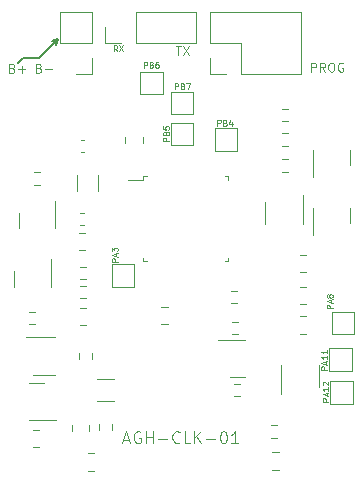
<source format=gbr>
%TF.GenerationSoftware,KiCad,Pcbnew,(6.0.9)*%
%TF.CreationDate,2023-01-20T21:16:28+01:00*%
%TF.ProjectId,AGH-CLK-01,4147482d-434c-44b2-9d30-312e6b696361,rev?*%
%TF.SameCoordinates,Original*%
%TF.FileFunction,Legend,Top*%
%TF.FilePolarity,Positive*%
%FSLAX46Y46*%
G04 Gerber Fmt 4.6, Leading zero omitted, Abs format (unit mm)*
G04 Created by KiCad (PCBNEW (6.0.9)) date 2023-01-20 21:16:28*
%MOMM*%
%LPD*%
G01*
G04 APERTURE LIST*
%ADD10C,0.150000*%
%ADD11C,0.075000*%
%ADD12C,0.125000*%
%ADD13C,0.120000*%
G04 APERTURE END LIST*
D10*
X192290000Y-47249000D02*
X193840000Y-45699000D01*
X192040000Y-47249000D02*
X192290000Y-47249000D01*
X193690000Y-46149000D02*
X193840000Y-45699000D01*
X190940000Y-47249000D02*
X192040000Y-47249000D01*
X193840000Y-45699000D02*
X193390000Y-45849000D01*
X193840000Y-45699000D02*
X193690000Y-46149000D01*
X190490000Y-47699000D02*
X190940000Y-47249000D01*
D11*
X198916190Y-64532333D02*
X198416190Y-64532333D01*
X198416190Y-64341857D01*
X198440000Y-64294238D01*
X198463809Y-64270428D01*
X198511428Y-64246619D01*
X198582857Y-64246619D01*
X198630476Y-64270428D01*
X198654285Y-64294238D01*
X198678095Y-64341857D01*
X198678095Y-64532333D01*
X198773333Y-64056142D02*
X198773333Y-63818047D01*
X198916190Y-64103761D02*
X198416190Y-63937095D01*
X198916190Y-63770428D01*
X198416190Y-63651380D02*
X198416190Y-63341857D01*
X198606666Y-63508523D01*
X198606666Y-63437095D01*
X198630476Y-63389476D01*
X198654285Y-63365666D01*
X198701904Y-63341857D01*
X198820952Y-63341857D01*
X198868571Y-63365666D01*
X198892380Y-63389476D01*
X198916190Y-63437095D01*
X198916190Y-63579952D01*
X198892380Y-63627571D01*
X198868571Y-63651380D01*
D12*
X215300714Y-48438285D02*
X215300714Y-47688285D01*
X215586428Y-47688285D01*
X215657857Y-47724000D01*
X215693571Y-47759714D01*
X215729285Y-47831142D01*
X215729285Y-47938285D01*
X215693571Y-48009714D01*
X215657857Y-48045428D01*
X215586428Y-48081142D01*
X215300714Y-48081142D01*
X216479285Y-48438285D02*
X216229285Y-48081142D01*
X216050714Y-48438285D02*
X216050714Y-47688285D01*
X216336428Y-47688285D01*
X216407857Y-47724000D01*
X216443571Y-47759714D01*
X216479285Y-47831142D01*
X216479285Y-47938285D01*
X216443571Y-48009714D01*
X216407857Y-48045428D01*
X216336428Y-48081142D01*
X216050714Y-48081142D01*
X216943571Y-47688285D02*
X217086428Y-47688285D01*
X217157857Y-47724000D01*
X217229285Y-47795428D01*
X217265000Y-47938285D01*
X217265000Y-48188285D01*
X217229285Y-48331142D01*
X217157857Y-48402571D01*
X217086428Y-48438285D01*
X216943571Y-48438285D01*
X216872142Y-48402571D01*
X216800714Y-48331142D01*
X216765000Y-48188285D01*
X216765000Y-47938285D01*
X216800714Y-47795428D01*
X216872142Y-47724000D01*
X216943571Y-47688285D01*
X217979285Y-47724000D02*
X217907857Y-47688285D01*
X217800714Y-47688285D01*
X217693571Y-47724000D01*
X217622142Y-47795428D01*
X217586428Y-47866857D01*
X217550714Y-48009714D01*
X217550714Y-48116857D01*
X217586428Y-48259714D01*
X217622142Y-48331142D01*
X217693571Y-48402571D01*
X217800714Y-48438285D01*
X217872142Y-48438285D01*
X217979285Y-48402571D01*
X218015000Y-48366857D01*
X218015000Y-48116857D01*
X217872142Y-48116857D01*
D11*
X217116190Y-68482333D02*
X216616190Y-68482333D01*
X216616190Y-68291857D01*
X216640000Y-68244238D01*
X216663809Y-68220428D01*
X216711428Y-68196619D01*
X216782857Y-68196619D01*
X216830476Y-68220428D01*
X216854285Y-68244238D01*
X216878095Y-68291857D01*
X216878095Y-68482333D01*
X216973333Y-68006142D02*
X216973333Y-67768047D01*
X217116190Y-68053761D02*
X216616190Y-67887095D01*
X217116190Y-67720428D01*
X216830476Y-67482333D02*
X216806666Y-67529952D01*
X216782857Y-67553761D01*
X216735238Y-67577571D01*
X216711428Y-67577571D01*
X216663809Y-67553761D01*
X216640000Y-67529952D01*
X216616190Y-67482333D01*
X216616190Y-67387095D01*
X216640000Y-67339476D01*
X216663809Y-67315666D01*
X216711428Y-67291857D01*
X216735238Y-67291857D01*
X216782857Y-67315666D01*
X216806666Y-67339476D01*
X216830476Y-67387095D01*
X216830476Y-67482333D01*
X216854285Y-67529952D01*
X216878095Y-67553761D01*
X216925714Y-67577571D01*
X217020952Y-67577571D01*
X217068571Y-67553761D01*
X217092380Y-67529952D01*
X217116190Y-67482333D01*
X217116190Y-67387095D01*
X217092380Y-67339476D01*
X217068571Y-67315666D01*
X217020952Y-67291857D01*
X216925714Y-67291857D01*
X216878095Y-67315666D01*
X216854285Y-67339476D01*
X216830476Y-67387095D01*
X207370952Y-53025190D02*
X207370952Y-52525190D01*
X207561428Y-52525190D01*
X207609047Y-52549000D01*
X207632857Y-52572809D01*
X207656666Y-52620428D01*
X207656666Y-52691857D01*
X207632857Y-52739476D01*
X207609047Y-52763285D01*
X207561428Y-52787095D01*
X207370952Y-52787095D01*
X208037619Y-52763285D02*
X208109047Y-52787095D01*
X208132857Y-52810904D01*
X208156666Y-52858523D01*
X208156666Y-52929952D01*
X208132857Y-52977571D01*
X208109047Y-53001380D01*
X208061428Y-53025190D01*
X207870952Y-53025190D01*
X207870952Y-52525190D01*
X208037619Y-52525190D01*
X208085238Y-52549000D01*
X208109047Y-52572809D01*
X208132857Y-52620428D01*
X208132857Y-52668047D01*
X208109047Y-52715666D01*
X208085238Y-52739476D01*
X208037619Y-52763285D01*
X207870952Y-52763285D01*
X208585238Y-52691857D02*
X208585238Y-53025190D01*
X208466190Y-52501380D02*
X208347142Y-52858523D01*
X208656666Y-52858523D01*
D12*
X190004285Y-48145428D02*
X190111428Y-48181142D01*
X190147142Y-48216857D01*
X190182857Y-48288285D01*
X190182857Y-48395428D01*
X190147142Y-48466857D01*
X190111428Y-48502571D01*
X190040000Y-48538285D01*
X189754285Y-48538285D01*
X189754285Y-47788285D01*
X190004285Y-47788285D01*
X190075714Y-47824000D01*
X190111428Y-47859714D01*
X190147142Y-47931142D01*
X190147142Y-48002571D01*
X190111428Y-48074000D01*
X190075714Y-48109714D01*
X190004285Y-48145428D01*
X189754285Y-48145428D01*
X190504285Y-48252571D02*
X191075714Y-48252571D01*
X190790000Y-48538285D02*
X190790000Y-47966857D01*
X192254285Y-48145428D02*
X192361428Y-48181142D01*
X192397142Y-48216857D01*
X192432857Y-48288285D01*
X192432857Y-48395428D01*
X192397142Y-48466857D01*
X192361428Y-48502571D01*
X192290000Y-48538285D01*
X192004285Y-48538285D01*
X192004285Y-47788285D01*
X192254285Y-47788285D01*
X192325714Y-47824000D01*
X192361428Y-47859714D01*
X192397142Y-47931142D01*
X192397142Y-48002571D01*
X192361428Y-48074000D01*
X192325714Y-48109714D01*
X192254285Y-48145428D01*
X192004285Y-48145428D01*
X192754285Y-48252571D02*
X193325714Y-48252571D01*
X198906666Y-46725190D02*
X198740000Y-46487095D01*
X198620952Y-46725190D02*
X198620952Y-46225190D01*
X198811428Y-46225190D01*
X198859047Y-46249000D01*
X198882857Y-46272809D01*
X198906666Y-46320428D01*
X198906666Y-46391857D01*
X198882857Y-46439476D01*
X198859047Y-46463285D01*
X198811428Y-46487095D01*
X198620952Y-46487095D01*
X199073333Y-46225190D02*
X199406666Y-46725190D01*
X199406666Y-46225190D02*
X199073333Y-46725190D01*
D11*
X203266190Y-54318047D02*
X202766190Y-54318047D01*
X202766190Y-54127571D01*
X202790000Y-54079952D01*
X202813809Y-54056142D01*
X202861428Y-54032333D01*
X202932857Y-54032333D01*
X202980476Y-54056142D01*
X203004285Y-54079952D01*
X203028095Y-54127571D01*
X203028095Y-54318047D01*
X203004285Y-53651380D02*
X203028095Y-53579952D01*
X203051904Y-53556142D01*
X203099523Y-53532333D01*
X203170952Y-53532333D01*
X203218571Y-53556142D01*
X203242380Y-53579952D01*
X203266190Y-53627571D01*
X203266190Y-53818047D01*
X202766190Y-53818047D01*
X202766190Y-53651380D01*
X202790000Y-53603761D01*
X202813809Y-53579952D01*
X202861428Y-53556142D01*
X202909047Y-53556142D01*
X202956666Y-53579952D01*
X202980476Y-53603761D01*
X203004285Y-53651380D01*
X203004285Y-53818047D01*
X202766190Y-53079952D02*
X202766190Y-53318047D01*
X203004285Y-53341857D01*
X202980476Y-53318047D01*
X202956666Y-53270428D01*
X202956666Y-53151380D01*
X202980476Y-53103761D01*
X203004285Y-53079952D01*
X203051904Y-53056142D01*
X203170952Y-53056142D01*
X203218571Y-53079952D01*
X203242380Y-53103761D01*
X203266190Y-53151380D01*
X203266190Y-53270428D01*
X203242380Y-53318047D01*
X203218571Y-53341857D01*
D12*
X203818571Y-46288285D02*
X204247142Y-46288285D01*
X204032857Y-47038285D02*
X204032857Y-46288285D01*
X204425714Y-46288285D02*
X204925714Y-47038285D01*
X204925714Y-46288285D02*
X204425714Y-47038285D01*
D11*
X216666190Y-73670428D02*
X216166190Y-73670428D01*
X216166190Y-73479952D01*
X216190000Y-73432333D01*
X216213809Y-73408523D01*
X216261428Y-73384714D01*
X216332857Y-73384714D01*
X216380476Y-73408523D01*
X216404285Y-73432333D01*
X216428095Y-73479952D01*
X216428095Y-73670428D01*
X216523333Y-73194238D02*
X216523333Y-72956142D01*
X216666190Y-73241857D02*
X216166190Y-73075190D01*
X216666190Y-72908523D01*
X216666190Y-72479952D02*
X216666190Y-72765666D01*
X216666190Y-72622809D02*
X216166190Y-72622809D01*
X216237619Y-72670428D01*
X216285238Y-72718047D01*
X216309047Y-72765666D01*
X216666190Y-72003761D02*
X216666190Y-72289476D01*
X216666190Y-72146619D02*
X216166190Y-72146619D01*
X216237619Y-72194238D01*
X216285238Y-72241857D01*
X216309047Y-72289476D01*
X216766190Y-76370428D02*
X216266190Y-76370428D01*
X216266190Y-76179952D01*
X216290000Y-76132333D01*
X216313809Y-76108523D01*
X216361428Y-76084714D01*
X216432857Y-76084714D01*
X216480476Y-76108523D01*
X216504285Y-76132333D01*
X216528095Y-76179952D01*
X216528095Y-76370428D01*
X216623333Y-75894238D02*
X216623333Y-75656142D01*
X216766190Y-75941857D02*
X216266190Y-75775190D01*
X216766190Y-75608523D01*
X216766190Y-75179952D02*
X216766190Y-75465666D01*
X216766190Y-75322809D02*
X216266190Y-75322809D01*
X216337619Y-75370428D01*
X216385238Y-75418047D01*
X216409047Y-75465666D01*
X216313809Y-74989476D02*
X216290000Y-74965666D01*
X216266190Y-74918047D01*
X216266190Y-74799000D01*
X216290000Y-74751380D01*
X216313809Y-74727571D01*
X216361428Y-74703761D01*
X216409047Y-74703761D01*
X216480476Y-74727571D01*
X216766190Y-75013285D01*
X216766190Y-74703761D01*
X201130952Y-48101190D02*
X201130952Y-47601190D01*
X201321428Y-47601190D01*
X201369047Y-47625000D01*
X201392857Y-47648809D01*
X201416666Y-47696428D01*
X201416666Y-47767857D01*
X201392857Y-47815476D01*
X201369047Y-47839285D01*
X201321428Y-47863095D01*
X201130952Y-47863095D01*
X201797619Y-47839285D02*
X201869047Y-47863095D01*
X201892857Y-47886904D01*
X201916666Y-47934523D01*
X201916666Y-48005952D01*
X201892857Y-48053571D01*
X201869047Y-48077380D01*
X201821428Y-48101190D01*
X201630952Y-48101190D01*
X201630952Y-47601190D01*
X201797619Y-47601190D01*
X201845238Y-47625000D01*
X201869047Y-47648809D01*
X201892857Y-47696428D01*
X201892857Y-47744047D01*
X201869047Y-47791666D01*
X201845238Y-47815476D01*
X201797619Y-47839285D01*
X201630952Y-47839285D01*
X202345238Y-47601190D02*
X202250000Y-47601190D01*
X202202380Y-47625000D01*
X202178571Y-47648809D01*
X202130952Y-47720238D01*
X202107142Y-47815476D01*
X202107142Y-48005952D01*
X202130952Y-48053571D01*
X202154761Y-48077380D01*
X202202380Y-48101190D01*
X202297619Y-48101190D01*
X202345238Y-48077380D01*
X202369047Y-48053571D01*
X202392857Y-48005952D01*
X202392857Y-47886904D01*
X202369047Y-47839285D01*
X202345238Y-47815476D01*
X202297619Y-47791666D01*
X202202380Y-47791666D01*
X202154761Y-47815476D01*
X202130952Y-47839285D01*
X202107142Y-47886904D01*
D12*
X199412857Y-79605666D02*
X199889047Y-79605666D01*
X199317619Y-79891380D02*
X199650952Y-78891380D01*
X199984285Y-79891380D01*
X200841428Y-78939000D02*
X200746190Y-78891380D01*
X200603333Y-78891380D01*
X200460476Y-78939000D01*
X200365238Y-79034238D01*
X200317619Y-79129476D01*
X200270000Y-79319952D01*
X200270000Y-79462809D01*
X200317619Y-79653285D01*
X200365238Y-79748523D01*
X200460476Y-79843761D01*
X200603333Y-79891380D01*
X200698571Y-79891380D01*
X200841428Y-79843761D01*
X200889047Y-79796142D01*
X200889047Y-79462809D01*
X200698571Y-79462809D01*
X201317619Y-79891380D02*
X201317619Y-78891380D01*
X201317619Y-79367571D02*
X201889047Y-79367571D01*
X201889047Y-79891380D02*
X201889047Y-78891380D01*
X202365238Y-79510428D02*
X203127142Y-79510428D01*
X204174761Y-79796142D02*
X204127142Y-79843761D01*
X203984285Y-79891380D01*
X203889047Y-79891380D01*
X203746190Y-79843761D01*
X203650952Y-79748523D01*
X203603333Y-79653285D01*
X203555714Y-79462809D01*
X203555714Y-79319952D01*
X203603333Y-79129476D01*
X203650952Y-79034238D01*
X203746190Y-78939000D01*
X203889047Y-78891380D01*
X203984285Y-78891380D01*
X204127142Y-78939000D01*
X204174761Y-78986619D01*
X205079523Y-79891380D02*
X204603333Y-79891380D01*
X204603333Y-78891380D01*
X205412857Y-79891380D02*
X205412857Y-78891380D01*
X205984285Y-79891380D02*
X205555714Y-79319952D01*
X205984285Y-78891380D02*
X205412857Y-79462809D01*
X206412857Y-79510428D02*
X207174761Y-79510428D01*
X207841428Y-78891380D02*
X207936666Y-78891380D01*
X208031904Y-78939000D01*
X208079523Y-78986619D01*
X208127142Y-79081857D01*
X208174761Y-79272333D01*
X208174761Y-79510428D01*
X208127142Y-79700904D01*
X208079523Y-79796142D01*
X208031904Y-79843761D01*
X207936666Y-79891380D01*
X207841428Y-79891380D01*
X207746190Y-79843761D01*
X207698571Y-79796142D01*
X207650952Y-79700904D01*
X207603333Y-79510428D01*
X207603333Y-79272333D01*
X207650952Y-79081857D01*
X207698571Y-78986619D01*
X207746190Y-78939000D01*
X207841428Y-78891380D01*
X209127142Y-79891380D02*
X208555714Y-79891380D01*
X208841428Y-79891380D02*
X208841428Y-78891380D01*
X208746190Y-79034238D01*
X208650952Y-79129476D01*
X208555714Y-79177095D01*
D11*
X203770952Y-49925190D02*
X203770952Y-49425190D01*
X203961428Y-49425190D01*
X204009047Y-49449000D01*
X204032857Y-49472809D01*
X204056666Y-49520428D01*
X204056666Y-49591857D01*
X204032857Y-49639476D01*
X204009047Y-49663285D01*
X203961428Y-49687095D01*
X203770952Y-49687095D01*
X204437619Y-49663285D02*
X204509047Y-49687095D01*
X204532857Y-49710904D01*
X204556666Y-49758523D01*
X204556666Y-49829952D01*
X204532857Y-49877571D01*
X204509047Y-49901380D01*
X204461428Y-49925190D01*
X204270952Y-49925190D01*
X204270952Y-49425190D01*
X204437619Y-49425190D01*
X204485238Y-49449000D01*
X204509047Y-49472809D01*
X204532857Y-49520428D01*
X204532857Y-49568047D01*
X204509047Y-49615666D01*
X204485238Y-49639476D01*
X204437619Y-49663285D01*
X204270952Y-49663285D01*
X204723333Y-49425190D02*
X205056666Y-49425190D01*
X204842380Y-49925190D01*
D13*
%TO.C,C13*%
X196951252Y-82234000D02*
X196428748Y-82234000D01*
X196951252Y-80764000D02*
X196428748Y-80764000D01*
%TO.C,R4*%
X212835276Y-51576500D02*
X213344724Y-51576500D01*
X212835276Y-52621500D02*
X213344724Y-52621500D01*
%TO.C,C4*%
X196036267Y-61409000D02*
X195743733Y-61409000D01*
X196036267Y-60389000D02*
X195743733Y-60389000D01*
%TO.C,J5*%
X196720000Y-46029000D02*
X194060000Y-46029000D01*
X196720000Y-46029000D02*
X196720000Y-43429000D01*
X196720000Y-43429000D02*
X194060000Y-43429000D01*
X194060000Y-46029000D02*
X194060000Y-43429000D01*
X196720000Y-48629000D02*
X195390000Y-48629000D01*
X196720000Y-47299000D02*
X196720000Y-48629000D01*
%TO.C,U5*%
X193590000Y-70889000D02*
X191140000Y-70889000D01*
X191790000Y-74109000D02*
X193590000Y-74109000D01*
%TO.C,C10*%
X203151252Y-68364000D02*
X202628748Y-68364000D01*
X203151252Y-69834000D02*
X202628748Y-69834000D01*
%TO.C,R13*%
X195762936Y-69934000D02*
X196217064Y-69934000D01*
X195762936Y-68464000D02*
X196217064Y-68464000D01*
%TO.C,R14*%
X198412500Y-78244276D02*
X198412500Y-78753724D01*
X197367500Y-78244276D02*
X197367500Y-78753724D01*
%TO.C,R12*%
X211935276Y-79421500D02*
X212444724Y-79421500D01*
X211935276Y-78376500D02*
X212444724Y-78376500D01*
%TO.C,C2*%
X214328748Y-65434000D02*
X214851252Y-65434000D01*
X214328748Y-63964000D02*
X214851252Y-63964000D01*
%TO.C,TP6*%
X218940000Y-70649000D02*
X217040000Y-70649000D01*
X217040000Y-68749000D02*
X218940000Y-68749000D01*
X218940000Y-68749000D02*
X218940000Y-70649000D01*
X217040000Y-70649000D02*
X217040000Y-68749000D01*
%TO.C,C5*%
X196073767Y-55209000D02*
X195781233Y-55209000D01*
X196073767Y-54189000D02*
X195781233Y-54189000D01*
%TO.C,R5*%
X191944724Y-69821500D02*
X191435276Y-69821500D01*
X191944724Y-68776500D02*
X191435276Y-68776500D01*
%TO.C,U3*%
X216000000Y-75099000D02*
X216000000Y-73299000D01*
X212780000Y-73299000D02*
X212780000Y-75749000D01*
%TO.C,J1*%
X206735000Y-48604000D02*
X206735000Y-47274000D01*
X206735000Y-43404000D02*
X214475000Y-43404000D01*
X209335000Y-48604000D02*
X214475000Y-48604000D01*
X206735000Y-46004000D02*
X206735000Y-43404000D01*
X208065000Y-48604000D02*
X206735000Y-48604000D01*
X209335000Y-48604000D02*
X209335000Y-46004000D01*
X214475000Y-48604000D02*
X214475000Y-43404000D01*
X209335000Y-46004000D02*
X206735000Y-46004000D01*
%TO.C,TP8*%
X218840000Y-74649000D02*
X218840000Y-76549000D01*
X216940000Y-74649000D02*
X218840000Y-74649000D01*
X218840000Y-76549000D02*
X216940000Y-76549000D01*
X216940000Y-76549000D02*
X216940000Y-74649000D01*
%TO.C,C8*%
X196525000Y-78337748D02*
X196525000Y-78860252D01*
X195055000Y-78337748D02*
X195055000Y-78860252D01*
%TO.C,R11*%
X196712500Y-72244276D02*
X196712500Y-72753724D01*
X195667500Y-72244276D02*
X195667500Y-72753724D01*
%TO.C,TP3*%
X200840000Y-48449000D02*
X202740000Y-48449000D01*
X200840000Y-50349000D02*
X200840000Y-48449000D01*
X202740000Y-50349000D02*
X200840000Y-50349000D01*
X202740000Y-48449000D02*
X202740000Y-50349000D01*
%TO.C,TP4*%
X203440000Y-52049000D02*
X203440000Y-50149000D01*
X203440000Y-50149000D02*
X205340000Y-50149000D01*
X205340000Y-50149000D02*
X205340000Y-52049000D01*
X205340000Y-52049000D02*
X203440000Y-52049000D01*
%TO.C,C1*%
X199555000Y-54460252D02*
X199555000Y-53937748D01*
X201025000Y-54460252D02*
X201025000Y-53937748D01*
%TO.C,Q1*%
X193650000Y-61061500D02*
X193650000Y-61711500D01*
X193650000Y-61061500D02*
X193650000Y-59386500D01*
X190530000Y-61061500D02*
X190530000Y-60411500D01*
X190530000Y-61061500D02*
X190530000Y-61711500D01*
%TO.C,R7*%
X196244724Y-66021500D02*
X195735276Y-66021500D01*
X196244724Y-64976500D02*
X195735276Y-64976500D01*
%TO.C,R9*%
X209044724Y-68021500D02*
X208535276Y-68021500D01*
X209044724Y-66976500D02*
X208535276Y-66976500D01*
%TO.C,U1*%
X201380000Y-57289000D02*
X201080000Y-57289000D01*
X208000000Y-57289000D02*
X208300000Y-57289000D01*
X201380000Y-64509000D02*
X201080000Y-64509000D01*
X208000000Y-64509000D02*
X208300000Y-64509000D01*
X208300000Y-64509000D02*
X208300000Y-64209000D01*
X208300000Y-57289000D02*
X208300000Y-57589000D01*
X201080000Y-57589000D02*
X199765000Y-57589000D01*
X201080000Y-57289000D02*
X201080000Y-57589000D01*
X201080000Y-64509000D02*
X201080000Y-64209000D01*
%TO.C,C9*%
X214328748Y-66664000D02*
X214851252Y-66664000D01*
X214328748Y-68134000D02*
X214851252Y-68134000D01*
%TO.C,C12*%
X212551252Y-80664000D02*
X212028748Y-80664000D01*
X212551252Y-82134000D02*
X212028748Y-82134000D01*
%TO.C,D1*%
X218550000Y-55699000D02*
X218550000Y-56349000D01*
X215430000Y-55699000D02*
X215430000Y-55049000D01*
X215430000Y-55699000D02*
X215430000Y-57374000D01*
X218550000Y-55699000D02*
X218550000Y-55049000D01*
%TO.C,TP7*%
X218740000Y-73749000D02*
X216840000Y-73749000D01*
X218740000Y-71849000D02*
X218740000Y-73749000D01*
X216840000Y-71849000D02*
X218740000Y-71849000D01*
X216840000Y-73749000D02*
X216840000Y-71849000D01*
%TO.C,R10*%
X209244724Y-75921500D02*
X208735276Y-75921500D01*
X209244724Y-74876500D02*
X208735276Y-74876500D01*
%TO.C,TP1*%
X209040000Y-55149000D02*
X207140000Y-55149000D01*
X207140000Y-53249000D02*
X209040000Y-53249000D01*
X207140000Y-55149000D02*
X207140000Y-53249000D01*
X209040000Y-53249000D02*
X209040000Y-55149000D01*
%TO.C,D2*%
X215430000Y-60599000D02*
X215430000Y-62274000D01*
X215430000Y-60599000D02*
X215430000Y-59949000D01*
X218550000Y-60599000D02*
X218550000Y-61249000D01*
X218550000Y-60599000D02*
X218550000Y-59949000D01*
%TO.C,TP2*%
X203440000Y-52749000D02*
X205340000Y-52749000D01*
X203440000Y-54649000D02*
X203440000Y-52749000D01*
X205340000Y-54649000D02*
X203440000Y-54649000D01*
X205340000Y-52749000D02*
X205340000Y-54649000D01*
%TO.C,C7*%
X214328748Y-69164000D02*
X214851252Y-69164000D01*
X214328748Y-70634000D02*
X214851252Y-70634000D01*
%TO.C,R6*%
X195747776Y-66576500D02*
X196257224Y-66576500D01*
X195747776Y-67621500D02*
X196257224Y-67621500D01*
%TO.C,U4*%
X214600000Y-61299000D02*
X214600000Y-58849000D01*
X211380000Y-59499000D02*
X211380000Y-61299000D01*
%TO.C,TP5*%
X198440000Y-64749000D02*
X200340000Y-64749000D01*
X200340000Y-64749000D02*
X200340000Y-66649000D01*
X200340000Y-66649000D02*
X198440000Y-66649000D01*
X198440000Y-66649000D02*
X198440000Y-64749000D01*
%TO.C,U2*%
X192027500Y-74839000D02*
X192677500Y-74839000D01*
X192027500Y-77959000D02*
X191377500Y-77959000D01*
X192027500Y-74839000D02*
X191377500Y-74839000D01*
X192027500Y-77959000D02*
X193702500Y-77959000D01*
%TO.C,J3*%
X199165000Y-46029000D02*
X197835000Y-46029000D01*
X200435000Y-46029000D02*
X205575000Y-46029000D01*
X197835000Y-46029000D02*
X197835000Y-44699000D01*
X200435000Y-43369000D02*
X205575000Y-43369000D01*
X200435000Y-46029000D02*
X200435000Y-43369000D01*
X205575000Y-46029000D02*
X205575000Y-43369000D01*
%TO.C,C11*%
X197178748Y-76309000D02*
X198601252Y-76309000D01*
X197178748Y-74489000D02*
X198601252Y-74489000D01*
%TO.C,C6*%
X191728748Y-80234000D02*
X192251252Y-80234000D01*
X191728748Y-78764000D02*
X192251252Y-78764000D01*
%TO.C,Q2*%
X190130000Y-65999000D02*
X190130000Y-66649000D01*
X193250000Y-65999000D02*
X193250000Y-64324000D01*
X193250000Y-65999000D02*
X193250000Y-66649000D01*
X190130000Y-65999000D02*
X190130000Y-65349000D01*
%TO.C,C3*%
X196176252Y-63534000D02*
X195653748Y-63534000D01*
X196176252Y-62064000D02*
X195653748Y-62064000D01*
%TO.C,R1*%
X191835276Y-58021500D02*
X192344724Y-58021500D01*
X191835276Y-56976500D02*
X192344724Y-56976500D01*
%TO.C,R3*%
X212835276Y-53676500D02*
X213344724Y-53676500D01*
X212835276Y-54721500D02*
X213344724Y-54721500D01*
%TO.C,Y1*%
X197265000Y-57224000D02*
X197265000Y-58574000D01*
X195515000Y-57224000D02*
X195515000Y-58574000D01*
%TO.C,R8*%
X209079724Y-69602500D02*
X208570276Y-69602500D01*
X209079724Y-70647500D02*
X208570276Y-70647500D01*
%TO.C,R2*%
X212835276Y-56921500D02*
X213344724Y-56921500D01*
X212835276Y-55876500D02*
X213344724Y-55876500D01*
%TO.C,Q3*%
X209090000Y-71139000D02*
X209740000Y-71139000D01*
X209090000Y-74259000D02*
X208440000Y-74259000D01*
X209090000Y-74259000D02*
X209740000Y-74259000D01*
X209090000Y-71139000D02*
X207415000Y-71139000D01*
%TD*%
M02*

</source>
